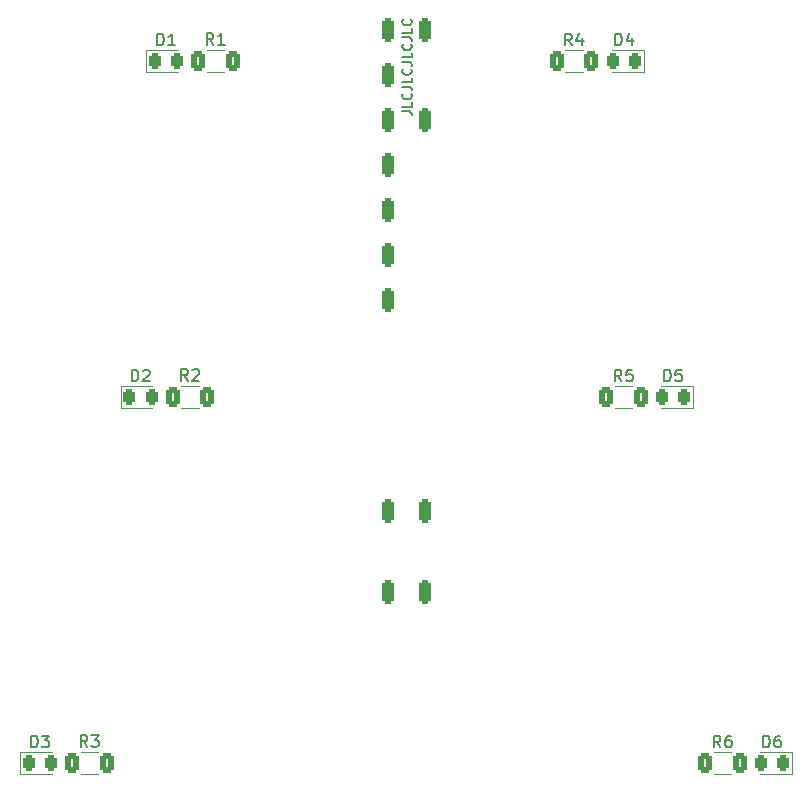
<source format=gto>
%TF.GenerationSoftware,KiCad,Pcbnew,(6.0.9)*%
%TF.CreationDate,2022-12-10T13:43:41+01:00*%
%TF.ProjectId,PartoDos,50617274-6f44-46f7-932e-6b696361645f,rev?*%
%TF.SameCoordinates,Original*%
%TF.FileFunction,Legend,Top*%
%TF.FilePolarity,Positive*%
%FSLAX46Y46*%
G04 Gerber Fmt 4.6, Leading zero omitted, Abs format (unit mm)*
G04 Created by KiCad (PCBNEW (6.0.9)) date 2022-12-10 13:43:41*
%MOMM*%
%LPD*%
G01*
G04 APERTURE LIST*
G04 Aperture macros list*
%AMRoundRect*
0 Rectangle with rounded corners*
0 $1 Rounding radius*
0 $2 $3 $4 $5 $6 $7 $8 $9 X,Y pos of 4 corners*
0 Add a 4 corners polygon primitive as box body*
4,1,4,$2,$3,$4,$5,$6,$7,$8,$9,$2,$3,0*
0 Add four circle primitives for the rounded corners*
1,1,$1+$1,$2,$3*
1,1,$1+$1,$4,$5*
1,1,$1+$1,$6,$7*
1,1,$1+$1,$8,$9*
0 Add four rect primitives between the rounded corners*
20,1,$1+$1,$2,$3,$4,$5,0*
20,1,$1+$1,$4,$5,$6,$7,0*
20,1,$1+$1,$6,$7,$8,$9,0*
20,1,$1+$1,$8,$9,$2,$3,0*%
G04 Aperture macros list end*
%ADD10C,0.152400*%
%ADD11C,0.150000*%
%ADD12C,0.120000*%
%ADD13RoundRect,0.250000X0.312500X0.625000X-0.312500X0.625000X-0.312500X-0.625000X0.312500X-0.625000X0*%
%ADD14RoundRect,0.250000X-0.312500X-0.625000X0.312500X-0.625000X0.312500X0.625000X-0.312500X0.625000X0*%
%ADD15RoundRect,0.250000X-0.250000X-0.750000X0.250000X-0.750000X0.250000X0.750000X-0.250000X0.750000X0*%
%ADD16RoundRect,0.243750X-0.243750X-0.456250X0.243750X-0.456250X0.243750X0.456250X-0.243750X0.456250X0*%
%ADD17RoundRect,0.243750X0.243750X0.456250X-0.243750X0.456250X-0.243750X-0.456250X0.243750X-0.456250X0*%
%ADD18RoundRect,0.250000X0.250000X0.750000X-0.250000X0.750000X-0.250000X-0.750000X0.250000X-0.750000X0*%
G04 APERTURE END LIST*
D10*
X140143895Y-83256361D02*
X140724466Y-83256361D01*
X140840580Y-83295066D01*
X140917990Y-83372476D01*
X140956695Y-83488590D01*
X140956695Y-83566000D01*
X140956695Y-82482266D02*
X140956695Y-82869314D01*
X140143895Y-82869314D01*
X140879285Y-81746876D02*
X140917990Y-81785580D01*
X140956695Y-81901695D01*
X140956695Y-81979104D01*
X140917990Y-82095219D01*
X140840580Y-82172628D01*
X140763171Y-82211333D01*
X140608352Y-82250038D01*
X140492238Y-82250038D01*
X140337419Y-82211333D01*
X140260009Y-82172628D01*
X140182600Y-82095219D01*
X140143895Y-81979104D01*
X140143895Y-81901695D01*
X140182600Y-81785580D01*
X140221304Y-81746876D01*
X140143895Y-81166304D02*
X140724466Y-81166304D01*
X140840580Y-81205009D01*
X140917990Y-81282419D01*
X140956695Y-81398533D01*
X140956695Y-81475942D01*
X140956695Y-80392209D02*
X140956695Y-80779257D01*
X140143895Y-80779257D01*
X140879285Y-79656819D02*
X140917990Y-79695523D01*
X140956695Y-79811638D01*
X140956695Y-79889047D01*
X140917990Y-80005161D01*
X140840580Y-80082571D01*
X140763171Y-80121276D01*
X140608352Y-80159980D01*
X140492238Y-80159980D01*
X140337419Y-80121276D01*
X140260009Y-80082571D01*
X140182600Y-80005161D01*
X140143895Y-79889047D01*
X140143895Y-79811638D01*
X140182600Y-79695523D01*
X140221304Y-79656819D01*
X140143895Y-79076247D02*
X140724466Y-79076247D01*
X140840580Y-79114952D01*
X140917990Y-79192361D01*
X140956695Y-79308476D01*
X140956695Y-79385885D01*
X140956695Y-78302152D02*
X140956695Y-78689200D01*
X140143895Y-78689200D01*
X140879285Y-77566761D02*
X140917990Y-77605466D01*
X140956695Y-77721580D01*
X140956695Y-77798990D01*
X140917990Y-77915104D01*
X140840580Y-77992514D01*
X140763171Y-78031219D01*
X140608352Y-78069923D01*
X140492238Y-78069923D01*
X140337419Y-78031219D01*
X140260009Y-77992514D01*
X140182600Y-77915104D01*
X140143895Y-77798990D01*
X140143895Y-77721580D01*
X140182600Y-77605466D01*
X140221304Y-77566761D01*
X140143895Y-76986190D02*
X140724466Y-76986190D01*
X140840580Y-77024895D01*
X140917990Y-77102304D01*
X140956695Y-77218419D01*
X140956695Y-77295828D01*
X140956695Y-76212095D02*
X140956695Y-76599142D01*
X140143895Y-76599142D01*
X140879285Y-75476704D02*
X140917990Y-75515409D01*
X140956695Y-75631523D01*
X140956695Y-75708933D01*
X140917990Y-75825047D01*
X140840580Y-75902457D01*
X140763171Y-75941161D01*
X140608352Y-75979866D01*
X140492238Y-75979866D01*
X140337419Y-75941161D01*
X140260009Y-75902457D01*
X140182600Y-75825047D01*
X140143895Y-75708933D01*
X140143895Y-75631523D01*
X140182600Y-75515409D01*
X140221304Y-75476704D01*
D11*
%TO.C,R6*%
X167092333Y-137104380D02*
X166759000Y-136628190D01*
X166520904Y-137104380D02*
X166520904Y-136104380D01*
X166901857Y-136104380D01*
X166997095Y-136152000D01*
X167044714Y-136199619D01*
X167092333Y-136294857D01*
X167092333Y-136437714D01*
X167044714Y-136532952D01*
X166997095Y-136580571D01*
X166901857Y-136628190D01*
X166520904Y-136628190D01*
X167949476Y-136104380D02*
X167759000Y-136104380D01*
X167663761Y-136152000D01*
X167616142Y-136199619D01*
X167520904Y-136342476D01*
X167473285Y-136532952D01*
X167473285Y-136913904D01*
X167520904Y-137009142D01*
X167568523Y-137056761D01*
X167663761Y-137104380D01*
X167854238Y-137104380D01*
X167949476Y-137056761D01*
X167997095Y-137009142D01*
X168044714Y-136913904D01*
X168044714Y-136675809D01*
X167997095Y-136580571D01*
X167949476Y-136532952D01*
X167854238Y-136485333D01*
X167663761Y-136485333D01*
X167568523Y-136532952D01*
X167520904Y-136580571D01*
X167473285Y-136675809D01*
%TO.C,R5*%
X158710333Y-106116380D02*
X158377000Y-105640190D01*
X158138904Y-106116380D02*
X158138904Y-105116380D01*
X158519857Y-105116380D01*
X158615095Y-105164000D01*
X158662714Y-105211619D01*
X158710333Y-105306857D01*
X158710333Y-105449714D01*
X158662714Y-105544952D01*
X158615095Y-105592571D01*
X158519857Y-105640190D01*
X158138904Y-105640190D01*
X159615095Y-105116380D02*
X159138904Y-105116380D01*
X159091285Y-105592571D01*
X159138904Y-105544952D01*
X159234142Y-105497333D01*
X159472238Y-105497333D01*
X159567476Y-105544952D01*
X159615095Y-105592571D01*
X159662714Y-105687809D01*
X159662714Y-105925904D01*
X159615095Y-106021142D01*
X159567476Y-106068761D01*
X159472238Y-106116380D01*
X159234142Y-106116380D01*
X159138904Y-106068761D01*
X159091285Y-106021142D01*
%TO.C,R4*%
X154519333Y-77668380D02*
X154186000Y-77192190D01*
X153947904Y-77668380D02*
X153947904Y-76668380D01*
X154328857Y-76668380D01*
X154424095Y-76716000D01*
X154471714Y-76763619D01*
X154519333Y-76858857D01*
X154519333Y-77001714D01*
X154471714Y-77096952D01*
X154424095Y-77144571D01*
X154328857Y-77192190D01*
X153947904Y-77192190D01*
X155376476Y-77001714D02*
X155376476Y-77668380D01*
X155138380Y-76620761D02*
X154900285Y-77335047D01*
X155519333Y-77335047D01*
%TO.C,R3*%
X113498333Y-137062380D02*
X113165000Y-136586190D01*
X112926904Y-137062380D02*
X112926904Y-136062380D01*
X113307857Y-136062380D01*
X113403095Y-136110000D01*
X113450714Y-136157619D01*
X113498333Y-136252857D01*
X113498333Y-136395714D01*
X113450714Y-136490952D01*
X113403095Y-136538571D01*
X113307857Y-136586190D01*
X112926904Y-136586190D01*
X113831666Y-136062380D02*
X114450714Y-136062380D01*
X114117380Y-136443333D01*
X114260238Y-136443333D01*
X114355476Y-136490952D01*
X114403095Y-136538571D01*
X114450714Y-136633809D01*
X114450714Y-136871904D01*
X114403095Y-136967142D01*
X114355476Y-137014761D01*
X114260238Y-137062380D01*
X113974523Y-137062380D01*
X113879285Y-137014761D01*
X113831666Y-136967142D01*
%TO.C,R2*%
X122007333Y-106074380D02*
X121674000Y-105598190D01*
X121435904Y-106074380D02*
X121435904Y-105074380D01*
X121816857Y-105074380D01*
X121912095Y-105122000D01*
X121959714Y-105169619D01*
X122007333Y-105264857D01*
X122007333Y-105407714D01*
X121959714Y-105502952D01*
X121912095Y-105550571D01*
X121816857Y-105598190D01*
X121435904Y-105598190D01*
X122388285Y-105169619D02*
X122435904Y-105122000D01*
X122531142Y-105074380D01*
X122769238Y-105074380D01*
X122864476Y-105122000D01*
X122912095Y-105169619D01*
X122959714Y-105264857D01*
X122959714Y-105360095D01*
X122912095Y-105502952D01*
X122340666Y-106074380D01*
X122959714Y-106074380D01*
%TO.C,R1*%
X124166333Y-77626380D02*
X123833000Y-77150190D01*
X123594904Y-77626380D02*
X123594904Y-76626380D01*
X123975857Y-76626380D01*
X124071095Y-76674000D01*
X124118714Y-76721619D01*
X124166333Y-76816857D01*
X124166333Y-76959714D01*
X124118714Y-77054952D01*
X124071095Y-77102571D01*
X123975857Y-77150190D01*
X123594904Y-77150190D01*
X125118714Y-77626380D02*
X124547285Y-77626380D01*
X124833000Y-77626380D02*
X124833000Y-76626380D01*
X124737761Y-76769238D01*
X124642523Y-76864476D01*
X124547285Y-76912095D01*
%TO.C,D2*%
X117244904Y-106116380D02*
X117244904Y-105116380D01*
X117483000Y-105116380D01*
X117625857Y-105164000D01*
X117721095Y-105259238D01*
X117768714Y-105354476D01*
X117816333Y-105544952D01*
X117816333Y-105687809D01*
X117768714Y-105878285D01*
X117721095Y-105973523D01*
X117625857Y-106068761D01*
X117483000Y-106116380D01*
X117244904Y-106116380D01*
X118197285Y-105211619D02*
X118244904Y-105164000D01*
X118340142Y-105116380D01*
X118578238Y-105116380D01*
X118673476Y-105164000D01*
X118721095Y-105211619D01*
X118768714Y-105306857D01*
X118768714Y-105402095D01*
X118721095Y-105544952D01*
X118149666Y-106116380D01*
X118768714Y-106116380D01*
%TO.C,D6*%
X170711904Y-137104380D02*
X170711904Y-136104380D01*
X170950000Y-136104380D01*
X171092857Y-136152000D01*
X171188095Y-136247238D01*
X171235714Y-136342476D01*
X171283333Y-136532952D01*
X171283333Y-136675809D01*
X171235714Y-136866285D01*
X171188095Y-136961523D01*
X171092857Y-137056761D01*
X170950000Y-137104380D01*
X170711904Y-137104380D01*
X172140476Y-136104380D02*
X171950000Y-136104380D01*
X171854761Y-136152000D01*
X171807142Y-136199619D01*
X171711904Y-136342476D01*
X171664285Y-136532952D01*
X171664285Y-136913904D01*
X171711904Y-137009142D01*
X171759523Y-137056761D01*
X171854761Y-137104380D01*
X172045238Y-137104380D01*
X172140476Y-137056761D01*
X172188095Y-137009142D01*
X172235714Y-136913904D01*
X172235714Y-136675809D01*
X172188095Y-136580571D01*
X172140476Y-136532952D01*
X172045238Y-136485333D01*
X171854761Y-136485333D01*
X171759523Y-136532952D01*
X171711904Y-136580571D01*
X171664285Y-136675809D01*
%TO.C,D4*%
X158187404Y-77668380D02*
X158187404Y-76668380D01*
X158425500Y-76668380D01*
X158568357Y-76716000D01*
X158663595Y-76811238D01*
X158711214Y-76906476D01*
X158758833Y-77096952D01*
X158758833Y-77239809D01*
X158711214Y-77430285D01*
X158663595Y-77525523D01*
X158568357Y-77620761D01*
X158425500Y-77668380D01*
X158187404Y-77668380D01*
X159615976Y-77001714D02*
X159615976Y-77668380D01*
X159377880Y-76620761D02*
X159139785Y-77335047D01*
X159758833Y-77335047D01*
%TO.C,D1*%
X119403904Y-77668380D02*
X119403904Y-76668380D01*
X119642000Y-76668380D01*
X119784857Y-76716000D01*
X119880095Y-76811238D01*
X119927714Y-76906476D01*
X119975333Y-77096952D01*
X119975333Y-77239809D01*
X119927714Y-77430285D01*
X119880095Y-77525523D01*
X119784857Y-77620761D01*
X119642000Y-77668380D01*
X119403904Y-77668380D01*
X120927714Y-77668380D02*
X120356285Y-77668380D01*
X120642000Y-77668380D02*
X120642000Y-76668380D01*
X120546761Y-76811238D01*
X120451523Y-76906476D01*
X120356285Y-76954095D01*
%TO.C,D5*%
X162329904Y-106116380D02*
X162329904Y-105116380D01*
X162568000Y-105116380D01*
X162710857Y-105164000D01*
X162806095Y-105259238D01*
X162853714Y-105354476D01*
X162901333Y-105544952D01*
X162901333Y-105687809D01*
X162853714Y-105878285D01*
X162806095Y-105973523D01*
X162710857Y-106068761D01*
X162568000Y-106116380D01*
X162329904Y-106116380D01*
X163806095Y-105116380D02*
X163329904Y-105116380D01*
X163282285Y-105592571D01*
X163329904Y-105544952D01*
X163425142Y-105497333D01*
X163663238Y-105497333D01*
X163758476Y-105544952D01*
X163806095Y-105592571D01*
X163853714Y-105687809D01*
X163853714Y-105925904D01*
X163806095Y-106021142D01*
X163758476Y-106068761D01*
X163663238Y-106116380D01*
X163425142Y-106116380D01*
X163329904Y-106068761D01*
X163282285Y-106021142D01*
%TO.C,D3*%
X108735904Y-137104380D02*
X108735904Y-136104380D01*
X108974000Y-136104380D01*
X109116857Y-136152000D01*
X109212095Y-136247238D01*
X109259714Y-136342476D01*
X109307333Y-136532952D01*
X109307333Y-136675809D01*
X109259714Y-136866285D01*
X109212095Y-136961523D01*
X109116857Y-137056761D01*
X108974000Y-137104380D01*
X108735904Y-137104380D01*
X109640666Y-136104380D02*
X110259714Y-136104380D01*
X109926380Y-136485333D01*
X110069238Y-136485333D01*
X110164476Y-136532952D01*
X110212095Y-136580571D01*
X110259714Y-136675809D01*
X110259714Y-136913904D01*
X110212095Y-137009142D01*
X110164476Y-137056761D01*
X110069238Y-137104380D01*
X109783523Y-137104380D01*
X109688285Y-137056761D01*
X109640666Y-137009142D01*
D12*
%TO.C,R6*%
X167986064Y-137520000D02*
X166531936Y-137520000D01*
X167986064Y-139340000D02*
X166531936Y-139340000D01*
%TO.C,R5*%
X159604064Y-106532000D02*
X158149936Y-106532000D01*
X159604064Y-108352000D02*
X158149936Y-108352000D01*
%TO.C,R4*%
X155413064Y-78084000D02*
X153958936Y-78084000D01*
X155413064Y-79904000D02*
X153958936Y-79904000D01*
%TO.C,R3*%
X112937936Y-139340000D02*
X114392064Y-139340000D01*
X112937936Y-137520000D02*
X114392064Y-137520000D01*
%TO.C,R2*%
X121446936Y-108352000D02*
X122901064Y-108352000D01*
X121446936Y-106532000D02*
X122901064Y-106532000D01*
%TO.C,R1*%
X123605936Y-79904000D02*
X125060064Y-79904000D01*
X123605936Y-78084000D02*
X125060064Y-78084000D01*
%TO.C,D2*%
X118983000Y-106482000D02*
X116298000Y-106482000D01*
X116298000Y-108402000D02*
X118983000Y-108402000D01*
X116298000Y-106482000D02*
X116298000Y-108402000D01*
%TO.C,D6*%
X173135000Y-139390000D02*
X173135000Y-137470000D01*
X173135000Y-137470000D02*
X170450000Y-137470000D01*
X170450000Y-139390000D02*
X173135000Y-139390000D01*
%TO.C,D4*%
X160610500Y-79954000D02*
X160610500Y-78034000D01*
X160610500Y-78034000D02*
X157925500Y-78034000D01*
X157925500Y-79954000D02*
X160610500Y-79954000D01*
%TO.C,D1*%
X118457000Y-79954000D02*
X121142000Y-79954000D01*
X121142000Y-78034000D02*
X118457000Y-78034000D01*
X118457000Y-78034000D02*
X118457000Y-79954000D01*
%TO.C,D5*%
X164753000Y-108402000D02*
X164753000Y-106482000D01*
X162068000Y-108402000D02*
X164753000Y-108402000D01*
X164753000Y-106482000D02*
X162068000Y-106482000D01*
%TO.C,D3*%
X110474000Y-137470000D02*
X107789000Y-137470000D01*
X107789000Y-137470000D02*
X107789000Y-139390000D01*
X107789000Y-139390000D02*
X110474000Y-139390000D01*
%TD*%
%LPC*%
D13*
%TO.C,R6*%
X168721500Y-138430000D03*
X165796500Y-138430000D03*
%TD*%
%TO.C,R5*%
X160339500Y-107442000D03*
X157414500Y-107442000D03*
%TD*%
%TO.C,R4*%
X156148500Y-78994000D03*
X153223500Y-78994000D03*
%TD*%
D14*
%TO.C,R3*%
X112202500Y-138430000D03*
X115127500Y-138430000D03*
%TD*%
%TO.C,R2*%
X120711500Y-107442000D03*
X123636500Y-107442000D03*
%TD*%
%TO.C,R1*%
X122870500Y-78994000D03*
X125795500Y-78994000D03*
%TD*%
D15*
%TO.C,J7*%
X138938000Y-76327000D03*
%TD*%
%TO.C,J8*%
X138938000Y-83947000D03*
%TD*%
D16*
%TO.C,D2*%
X117045500Y-107442000D03*
X118920500Y-107442000D03*
%TD*%
D17*
%TO.C,D6*%
X172387500Y-138430000D03*
X170512500Y-138430000D03*
%TD*%
D15*
%TO.C,J20*%
X142113000Y-83947000D03*
%TD*%
%TO.C,J16*%
X138938000Y-61087000D03*
%TD*%
D17*
%TO.C,D4*%
X159863000Y-78994000D03*
X157988000Y-78994000D03*
%TD*%
D15*
%TO.C,J18*%
X142113000Y-68707000D03*
%TD*%
%TO.C,J19*%
X142113000Y-76327000D03*
%TD*%
%TO.C,J2*%
X138938000Y-80137000D03*
%TD*%
%TO.C,J31*%
X142113000Y-123952000D03*
%TD*%
D16*
%TO.C,D1*%
X119204500Y-78994000D03*
X121079500Y-78994000D03*
%TD*%
D17*
%TO.C,D5*%
X164005500Y-107442000D03*
X162130500Y-107442000D03*
%TD*%
D15*
%TO.C,J30*%
X142113000Y-117094000D03*
%TD*%
%TO.C,J6*%
X138938000Y-95377000D03*
%TD*%
%TO.C,J3*%
X138938000Y-87757000D03*
%TD*%
%TO.C,J17*%
X142113000Y-61087000D03*
%TD*%
%TO.C,J28*%
X138938000Y-117094000D03*
%TD*%
%TO.C,J12*%
X138938000Y-99187000D03*
%TD*%
D16*
%TO.C,D3*%
X108536500Y-138430000D03*
X110411500Y-138430000D03*
%TD*%
D15*
%TO.C,J14*%
X138938000Y-68707000D03*
%TD*%
%TO.C,J9*%
X138938000Y-91567000D03*
%TD*%
D18*
%TO.C,J1*%
X138938000Y-72517000D03*
%TD*%
D15*
%TO.C,J29*%
X138938000Y-123952000D03*
%TD*%
%TO.C,J15*%
X138938000Y-64897000D03*
%TD*%
M02*

</source>
